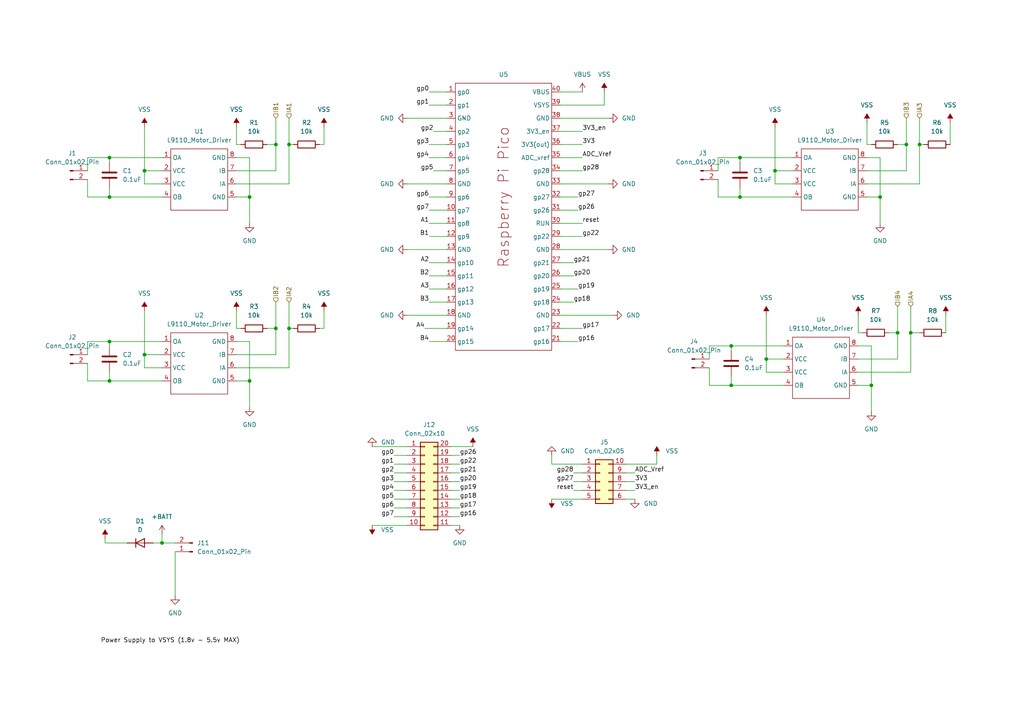
<source format=kicad_sch>
(kicad_sch (version 20231120) (generator "eeschema") (generator_version "8.0")
  (paper "A4")
  (lib_symbols
    (symbol "CDOG_Symbols:L9110"
      (property "Reference" "U" (at 0 10.16 0))
      (property "Value" "L9110_Motor_Driver" (at 0 -12.7 0))
      (symbol "L9110_0_1"
        (rectangle (start -8.89 7.62) (end 7.62 -10.16))
      )
      (symbol "L9110_1_1"
        (pin output line (at -11.43 5.08 0) (length 2.54) (name "OA") (number "1"))
        (pin power_in line (at -11.43 1.27 0) (length 2.54) (name "VCC") (number "2"))
        (pin power_in line (at -11.43 -2.54 0) (length 2.54) (name "VCC") (number "3"))
        (pin output line (at -11.43 -6.35 0) (length 2.54) (name "OB") (number "4"))
        (pin input line (at 10.16 -6.35 180) (length 2.54) (name "GND") (number "5"))
        (pin input line (at 10.16 -2.54 180) (length 2.54) (name "IA") (number "6"))
        (pin input line (at 10.16 1.27 180) (length 2.54) (name "IB") (number "7"))
        (pin power_in line (at 10.16 5.08 180) (length 2.54) (name "GND") (number "8"))
      )
    )
    (symbol "CDOG_Symbols:RPI_Pico"
      (property "Reference" "U" (at -11.43 26.67 0))
      (symbol "RPI_Pico_0_1"
        (rectangle (start 13.97 -40.64) (end -13.97 36.83))
      )
      (symbol "RPI_Pico_1_1"
        (text "Raspberry Pi Pico" (at 0 3.81 900) (effects (font (size 3 3))))
        (pin input line (at -16.51 34.29 0) (length 2.54) (name "gp0") (number "1"))
        (pin input line (at -16.51 0 0) (length 2.54) (name "gp7") (number "10"))
        (pin input line (at -16.51 -3.81 0) (length 2.54) (name "gp8") (number "11"))
        (pin input line (at -16.51 -7.62 0) (length 2.54) (name "gp9") (number "12"))
        (pin input line (at -16.51 -11.43 0) (length 2.54) (name "GND") (number "13"))
        (pin input line (at -16.51 -15.24 0) (length 2.54) (name "gp10") (number "14"))
        (pin input line (at -16.51 -19.05 0) (length 2.54) (name "gp11") (number "15"))
        (pin input line (at -16.51 -22.86 0) (length 2.54) (name "gp12") (number "16"))
        (pin input line (at -16.51 -26.67 0) (length 2.54) (name "gp13") (number "17"))
        (pin input line (at -16.51 -30.48 0) (length 2.54) (name "GND") (number "18"))
        (pin input line (at -16.51 -34.29 0) (length 2.54) (name "gp14") (number "19"))
        (pin input line (at -16.51 30.48 0) (length 2.54) (name "gp1") (number "2"))
        (pin input line (at -16.51 -38.1 0) (length 2.54) (name "gp15") (number "20"))
        (pin input line (at 16.51 -38.1 180) (length 2.54) (name "gp16") (number "21"))
        (pin input line (at 16.51 -34.29 180) (length 2.54) (name "gp17") (number "22"))
        (pin input line (at 16.51 -30.48 180) (length 2.54) (name "GND") (number "23"))
        (pin input line (at 16.51 -26.67 180) (length 2.54) (name "gp18") (number "24"))
        (pin input line (at 16.51 -22.86 180) (length 2.54) (name "gp19") (number "25"))
        (pin input line (at 16.51 -19.05 180) (length 2.54) (name "gp20") (number "26"))
        (pin input line (at 16.51 -15.24 180) (length 2.54) (name "gp21") (number "27"))
        (pin input line (at 16.51 -11.43 180) (length 2.54) (name "GND") (number "28"))
        (pin input line (at 16.51 -7.62 180) (length 2.54) (name "gp22") (number "29"))
        (pin input line (at -16.51 26.67 0) (length 2.54) (name "GND") (number "3"))
        (pin input line (at 16.51 -3.81 180) (length 2.54) (name "RUN") (number "30"))
        (pin input line (at 16.51 0 180) (length 2.54) (name "gp26") (number "31"))
        (pin input line (at 16.51 3.81 180) (length 2.54) (name "gp27") (number "32"))
        (pin input line (at 16.51 7.62 180) (length 2.54) (name "GND") (number "33"))
        (pin input line (at 16.51 11.43 180) (length 2.54) (name "gp28") (number "34"))
        (pin input line (at 16.51 15.24 180) (length 2.54) (name "ADC_vref") (number "35"))
        (pin input line (at 16.51 19.05 180) (length 2.54) (name "3V3(out)") (number "36"))
        (pin input line (at 16.51 22.86 180) (length 2.54) (name "3V3_en") (number "37"))
        (pin input line (at 16.51 26.67 180) (length 2.54) (name "GND") (number "38"))
        (pin input line (at 16.51 30.48 180) (length 2.54) (name "VSYS") (number "39"))
        (pin input line (at -16.51 22.86 0) (length 2.54) (name "gp2") (number "4"))
        (pin input line (at 16.51 34.29 180) (length 2.54) (name "VBUS") (number "40"))
        (pin input line (at -16.51 19.05 0) (length 2.54) (name "gp3") (number "5"))
        (pin input line (at -16.51 15.24 0) (length 2.54) (name "gp4") (number "6"))
        (pin input line (at -16.51 11.43 0) (length 2.54) (name "gp5") (number "7"))
        (pin input line (at -16.51 7.62 0) (length 2.54) (name "GND") (number "8"))
        (pin input line (at -16.51 3.81 0) (length 2.54) (name "gp6") (number "9"))
      )
    )
    (symbol "Connector:Conn_01x02_Pin" (pin_names (offset 1.016) hide)
      (property "Reference" "J" (at 0 2.54 0))
      (property "Value" "Conn_01x02_Pin" (at 0 -5.08 0))
      (symbol "Conn_01x02_Pin_1_1"
        (polyline (pts (xy 1.27 -2.54) (xy 0.8636 -2.54)) (stroke (width 0.1524)))
        (polyline (pts (xy 1.27 0) (xy 0.8636 0)) (stroke (width 0.1524)))
        (rectangle (start 0.8636 -2.413) (end 0 -2.667) (stroke (width 0.1524)) (fill (type outline)))
        (rectangle (start 0.8636 0.127) (end 0 -0.127) (stroke (width 0.1524)) (fill (type outline)))
        (pin passive line (at 5.08 0 180) (length 3.81) (name "Pin_1") (number "1"))
        (pin passive line (at 5.08 -2.54 180) (length 3.81) (name "Pin_2") (number "2"))
      )
    )
    (symbol "Connector_Generic:Conn_02x05_Counter_Clockwise" (pin_names (offset 1.016) hide)
      (property "Reference" "J" (at 1.27 7.62 0))
      (property "Value" "Conn_02x05_Counter_Clockwise" (at 1.27 -7.62 0))
      (symbol "Conn_02x05_Counter_Clockwise_1_1"
        (rectangle (start -1.27 -4.953) (end 0 -5.207) (stroke (width 0.1524)))
        (rectangle (start -1.27 -2.413) (end 0 -2.667) (stroke (width 0.1524)))
        (rectangle (start -1.27 0.127) (end 0 -0.127) (stroke (width 0.1524)))
        (rectangle (start -1.27 2.667) (end 0 2.413) (stroke (width 0.1524)))
        (rectangle (start -1.27 5.207) (end 0 4.953) (stroke (width 0.1524)))
        (rectangle (start -1.27 6.35) (end 3.81 -6.35) (stroke (width 0.254)) (fill (type background)))
        (rectangle (start 3.81 -4.953) (end 2.54 -5.207) (stroke (width 0.1524)))
        (rectangle (start 3.81 -2.413) (end 2.54 -2.667) (stroke (width 0.1524)))
        (rectangle (start 3.81 0.127) (end 2.54 -0.127) (stroke (width 0.1524)))
        (rectangle (start 3.81 2.667) (end 2.54 2.413) (stroke (width 0.1524)))
        (rectangle (start 3.81 5.207) (end 2.54 4.953) (stroke (width 0.1524)))
        (pin passive line (at -5.08 5.08 0) (length 3.81) (name "Pin_1") (number "1"))
        (pin passive line (at 7.62 5.08 180) (length 3.81) (name "Pin_10") (number "10"))
        (pin passive line (at -5.08 2.54 0) (length 3.81) (name "Pin_2") (number "2"))
        (pin passive line (at -5.08 0 0) (length 3.81) (name "Pin_3") (number "3"))
        (pin passive line (at -5.08 -2.54 0) (length 3.81) (name "Pin_4") (number "4"))
        (pin passive line (at -5.08 -5.08 0) (length 3.81) (name "Pin_5") (number "5"))
        (pin passive line (at 7.62 -5.08 180) (length 3.81) (name "Pin_6") (number "6"))
        (pin passive line (at 7.62 -2.54 180) (length 3.81) (name "Pin_7") (number "7"))
        (pin passive line (at 7.62 0 180) (length 3.81) (name "Pin_8") (number "8"))
        (pin passive line (at 7.62 2.54 180) (length 3.81) (name "Pin_9") (number "9"))
      )
    )
    (symbol "Connector_Generic:Conn_02x10_Counter_Clockwise" (pin_names (offset 1.016) hide)
      (property "Reference" "J" (at 1.27 12.7 0))
      (property "Value" "Conn_02x10_Counter_Clockwise" (at 1.27 -15.24 0))
      (symbol "Conn_02x10_Counter_Clockwise_1_1"
        (rectangle (start -1.27 -12.573) (end 0 -12.827) (stroke (width 0.1524)))
        (rectangle (start -1.27 -10.033) (end 0 -10.287) (stroke (width 0.1524)))
        (rectangle (start -1.27 -7.493) (end 0 -7.747) (stroke (width 0.1524)))
        (rectangle (start -1.27 -4.953) (end 0 -5.207) (stroke (width 0.1524)))
        (rectangle (start -1.27 -2.413) (end 0 -2.667) (stroke (width 0.1524)))
        (rectangle (start -1.27 0.127) (end 0 -0.127) (stroke (width 0.1524)))
        (rectangle (start -1.27 2.667) (end 0 2.413) (stroke (width 0.1524)))
        (rectangle (start -1.27 5.207) (end 0 4.953) (stroke (width 0.1524)))
        (rectangle (start -1.27 7.747) (end 0 7.493) (stroke (width 0.1524)))
        (rectangle (start -1.27 10.287) (end 0 10.033) (stroke (width 0.1524)))
        (rectangle (start -1.27 11.43) (end 3.81 -13.97) (stroke (width 0.254)) (fill (type background)))
        (rectangle (start 3.81 -12.573) (end 2.54 -12.827) (stroke (width 0.1524)))
        (rectangle (start 3.81 -10.033) (end 2.54 -10.287) (stroke (width 0.1524)))
        (rectangle (start 3.81 -7.493) (end 2.54 -7.747) (stroke (width 0.1524)))
        (rectangle (start 3.81 -4.953) (end 2.54 -5.207) (stroke (width 0.1524)))
        (rectangle (start 3.81 -2.413) (end 2.54 -2.667) (stroke (width 0.1524)))
        (rectangle (start 3.81 0.127) (end 2.54 -0.127) (stroke (width 0.1524)))
        (rectangle (start 3.81 2.667) (end 2.54 2.413) (stroke (width 0.1524)))
        (rectangle (start 3.81 5.207) (end 2.54 4.953) (stroke (width 0.1524)))
        (rectangle (start 3.81 7.747) (end 2.54 7.493) (stroke (width 0.1524)))
        (rectangle (start 3.81 10.287) (end 2.54 10.033) (stroke (width 0.1524)))
        (pin passive line (at -5.08 10.16 0) (length 3.81) (name "Pin_1") (number "1"))
        (pin passive line (at -5.08 -12.7 0) (length 3.81) (name "Pin_10") (number "10"))
        (pin passive line (at 7.62 -12.7 180) (length 3.81) (name "Pin_11") (number "11"))
        (pin passive line (at 7.62 -10.16 180) (length 3.81) (name "Pin_12") (number "12"))
        (pin passive line (at 7.62 -7.62 180) (length 3.81) (name "Pin_13") (number "13"))
        (pin passive line (at 7.62 -5.08 180) (length 3.81) (name "Pin_14") (number "14"))
        (pin passive line (at 7.62 -2.54 180) (length 3.81) (name "Pin_15") (number "15"))
        (pin passive line (at 7.62 0 180) (length 3.81) (name "Pin_16") (number "16"))
        (pin passive line (at 7.62 2.54 180) (length 3.81) (name "Pin_17") (number "17"))
        (pin passive line (at 7.62 5.08 180) (length 3.81) (name "Pin_18") (number "18"))
        (pin passive line (at 7.62 7.62 180) (length 3.81) (name "Pin_19") (number "19"))
        (pin passive line (at -5.08 7.62 0) (length 3.81) (name "Pin_2") (number "2"))
        (pin passive line (at 7.62 10.16 180) (length 3.81) (name "Pin_20") (number "20"))
        (pin passive line (at -5.08 5.08 0) (length 3.81) (name "Pin_3") (number "3"))
        (pin passive line (at -5.08 2.54 0) (length 3.81) (name "Pin_4") (number "4"))
        (pin passive line (at -5.08 0 0) (length 3.81) (name "Pin_5") (number "5"))
        (pin passive line (at -5.08 -2.54 0) (length 3.81) (name "Pin_6") (number "6"))
        (pin passive line (at -5.08 -5.08 0) (length 3.81) (name "Pin_7") (number "7"))
        (pin passive line (at -5.08 -7.62 0) (length 3.81) (name "Pin_8") (number "8"))
        (pin passive line (at -5.08 -10.16 0) (length 3.81) (name "Pin_9") (number "9"))
      )
    )
    (symbol "Device:C" (pin_numbers hide) (pin_names (offset 0.254))
      (property "Reference" "C" (at 0.635 2.54 0))
      (property "Value" "C" (at 0.635 -2.54 0))
      (symbol "C_0_1"
        (polyline (pts (xy -2.032 -0.762) (xy 2.032 -0.762)) (stroke (width 0.508)))
        (polyline (pts (xy -2.032 0.762) (xy 2.032 0.762)) (stroke (width 0.508)))
      )
      (symbol "C_1_1"
        (pin passive line (at 0 3.81 270) (length 2.794) (name "~") (number "1"))
        (pin passive line (at 0 -3.81 90) (length 2.794) (name "~") (number "2"))
      )
    )
    (symbol "Device:D" (pin_numbers hide) (pin_names (offset 1.016) hide)
      (property "Reference" "D" (at 0 2.54 0))
      (property "Value" "D" (at 0 -2.54 0))
      (symbol "D_0_1"
        (polyline (pts (xy -1.27 1.27) (xy -1.27 -1.27)) (stroke (width 0.254)))
        (polyline (pts (xy 1.27 0) (xy -1.27 0)))
        (polyline (pts (xy 1.27 1.27) (xy 1.27 -1.27) (xy -1.27 0) (xy 1.27 1.27)) (stroke (width 0.254)))
      )
      (symbol "D_1_1"
        (pin passive line (at -3.81 0 0) (length 2.54) (name "K") (number "1"))
        (pin passive line (at 3.81 0 180) (length 2.54) (name "A") (number "2"))
      )
    )
    (symbol "Device:R" (pin_numbers hide) (pin_names (offset 0))
      (property "Reference" "R" (at 2.032 0 90))
      (property "Value" "R" (at 0 0 90))
      (symbol "R_0_1"
        (rectangle (start -1.016 -2.54) (end 1.016 2.54) (stroke (width 0.254)))
      )
      (symbol "R_1_1"
        (pin passive line (at 0 3.81 270) (length 1.27) (name "~") (number "1"))
        (pin passive line (at 0 -3.81 90) (length 1.27) (name "~") (number "2"))
      )
    )
    (symbol "power:+BATT" (power) (pin_names (offset 0))
      (property "Value" "+BATT" (at 0 3.556 0))
      (symbol "+BATT_0_1"
        (polyline (pts (xy -0.762 1.27) (xy 0 2.54)))
        (polyline (pts (xy 0 0) (xy 0 2.54)))
        (polyline (pts (xy 0 2.54) (xy 0.762 1.27)))
      )
      (symbol "+BATT_1_1"
        (pin power_in line (at 0 0 90) (length 0) hide (name "+BATT") (number "1"))
      )
    )
    (symbol "power:GND" (power) (pin_names (offset 0))
      (property "Value" "GND" (at 0 -3.81 0))
      (symbol "GND_0_1"
        (polyline (pts (xy 0 0) (xy 0 -1.27) (xy 1.27 -1.27) (xy 0 -2.54) (xy -1.27 -1.27) (xy 0 -1.27)))
      )
      (symbol "GND_1_1"
        (pin power_in line (at 0 0 270) (length 0) hide (name "GND") (number "1"))
      )
    )
    (symbol "power:VBUS" (power) (pin_names (offset 0))
      (property "Value" "VBUS" (at 0 3.81 0))
      (symbol "VBUS_0_1"
        (polyline (pts (xy -0.762 1.27) (xy 0 2.54)))
        (polyline (pts (xy 0 0) (xy 0 2.54)))
        (polyline (pts (xy 0 2.54) (xy 0.762 1.27)))
      )
      (symbol "VBUS_1_1"
        (pin power_in line (at 0 0 90) (length 0) hide (name "VBUS") (number "1"))
      )
    )
    (symbol "power:VSS" (power) (pin_names (offset 0))
      (property "Value" "VSS" (at 0 3.81 0))
      (symbol "VSS_0_1"
        (polyline (pts (xy 0 0) (xy 0 2.54)))
        (polyline (pts (xy 0.762 1.27) (xy -0.762 1.27) (xy 0 2.54) (xy 0.762 1.27)) (fill (type outline)))
      )
      (symbol "VSS_1_1"
        (pin power_in line (at 0 0 90) (length 0) hide (name "VSS") (number "1"))
      )
    )
  )
  (junction (at 214.63 45.72))
  (junction (at 46.99 157.48))
  (junction (at 266.7 41.91))
  (junction (at 260.35 96.52))
  (junction (at 252.73 111.76))
  (junction (at 31.75 110.49))
  (junction (at 72.39 110.49))
  (junction (at 80.01 41.91))
  (junction (at 83.82 95.25))
  (junction (at 83.82 41.91))
  (junction (at 255.27 57.15))
  (junction (at 212.09 111.76))
  (junction (at 224.79 49.53))
  (junction (at 31.75 57.15))
  (junction (at 264.16 96.52))
  (junction (at 31.75 99.06))
  (junction (at 41.91 49.53))
  (junction (at 212.09 100.33))
  (junction (at 31.75 45.72))
  (junction (at 41.91 102.87))
  (junction (at 80.01 95.25))
  (junction (at 262.89 41.91))
  (junction (at 214.63 57.15))
  (junction (at 222.25 104.14))
  (junction (at 72.39 57.15))
  (wire (pts (xy 162.56 60.96) (xy 167.64 60.96)))
  (wire (pts (xy 46.99 154.94) (xy 46.99 157.48)))
  (wire (pts (xy 162.56 26.67) (xy 168.91 26.67)))
  (wire (pts (xy 248.92 91.44) (xy 248.92 96.52)))
  (wire (pts (xy 41.91 36.83) (xy 41.91 49.53)))
  (wire (pts (xy 160.02 132.08) (xy 160.02 134.62)))
  (wire (pts (xy 72.39 45.72) (xy 72.39 57.15)))
  (wire (pts (xy 72.39 57.15) (xy 72.39 64.77)))
  (wire (pts (xy 160.02 144.78) (xy 168.91 144.78)))
  (wire (pts (xy 124.46 68.58) (xy 129.54 68.58)))
  (wire (pts (xy 162.56 45.72) (xy 168.91 45.72)))
  (wire (pts (xy 25.4 110.49) (xy 25.4 105.41)))
  (wire (pts (xy 124.46 60.96) (xy 129.54 60.96)))
  (wire (pts (xy 114.3 144.78) (xy 118.11 144.78)))
  (wire (pts (xy 93.98 95.25) (xy 92.71 95.25)))
  (wire (pts (xy 130.81 134.62) (xy 133.35 134.62)))
  (wire (pts (xy 124.46 41.91) (xy 129.54 41.91)))
  (wire (pts (xy 44.45 157.48) (xy 46.99 157.48)))
  (wire (pts (xy 41.91 53.34) (xy 41.91 49.53)))
  (wire (pts (xy 130.81 132.08) (xy 133.35 132.08)))
  (wire (pts (xy 124.46 26.67) (xy 129.54 26.67)))
  (wire (pts (xy 31.75 99.06) (xy 25.4 99.06)))
  (wire (pts (xy 162.56 95.25) (xy 168.91 95.25)))
  (wire (pts (xy 68.58 106.68) (xy 83.82 106.68)))
  (wire (pts (xy 214.63 57.15) (xy 208.28 57.15)))
  (wire (pts (xy 123.19 95.25) (xy 129.54 95.25)))
  (wire (pts (xy 31.75 110.49) (xy 31.75 107.95)))
  (wire (pts (xy 205.74 111.76) (xy 205.74 106.68)))
  (wire (pts (xy 227.33 104.14) (xy 222.25 104.14)))
  (wire (pts (xy 248.92 104.14) (xy 260.35 104.14)))
  (wire (pts (xy 124.46 87.63) (xy 129.54 87.63)))
  (wire (pts (xy 124.46 45.72) (xy 129.54 45.72)))
  (wire (pts (xy 252.73 111.76) (xy 252.73 119.38)))
  (wire (pts (xy 80.01 41.91) (xy 80.01 49.53)))
  (wire (pts (xy 68.58 110.49) (xy 72.39 110.49)))
  (wire (pts (xy 114.3 137.16) (xy 118.11 137.16)))
  (wire (pts (xy 166.37 137.16) (xy 168.91 137.16)))
  (wire (pts (xy 227.33 111.76) (xy 212.09 111.76)))
  (wire (pts (xy 251.46 53.34) (xy 266.7 53.34)))
  (wire (pts (xy 124.46 80.01) (xy 129.54 80.01)))
  (wire (pts (xy 181.61 144.78) (xy 184.15 144.78)))
  (wire (pts (xy 208.28 45.72) (xy 208.28 49.53)))
  (wire (pts (xy 162.56 99.06) (xy 167.64 99.06)))
  (wire (pts (xy 83.82 41.91) (xy 85.09 41.91)))
  (wire (pts (xy 83.82 87.63) (xy 83.82 95.25)))
  (wire (pts (xy 229.87 53.34) (xy 224.79 53.34)))
  (wire (pts (xy 31.75 110.49) (xy 25.4 110.49)))
  (wire (pts (xy 130.81 139.7) (xy 133.35 139.7)))
  (wire (pts (xy 77.47 41.91) (xy 80.01 41.91)))
  (wire (pts (xy 46.99 102.87) (xy 41.91 102.87)))
  (wire (pts (xy 68.58 49.53) (xy 80.01 49.53)))
  (wire (pts (xy 181.61 137.16) (xy 184.15 137.16)))
  (wire (pts (xy 162.56 83.82) (xy 167.64 83.82)))
  (wire (pts (xy 50.8 160.02) (xy 50.8 172.72)))
  (wire (pts (xy 229.87 57.15) (xy 214.63 57.15)))
  (wire (pts (xy 114.3 132.08) (xy 118.11 132.08)))
  (wire (pts (xy 130.81 147.32) (xy 133.35 147.32)))
  (wire (pts (xy 266.7 41.91) (xy 266.7 53.34)))
  (wire (pts (xy 124.46 64.77) (xy 129.54 64.77)))
  (wire (pts (xy 124.46 57.15) (xy 129.54 57.15)))
  (wire (pts (xy 68.58 41.91) (xy 69.85 41.91)))
  (wire (pts (xy 222.25 107.95) (xy 222.25 104.14)))
  (wire (pts (xy 224.79 53.34) (xy 224.79 49.53)))
  (wire (pts (xy 46.99 49.53) (xy 41.91 49.53)))
  (wire (pts (xy 181.61 142.24) (xy 184.15 142.24)))
  (wire (pts (xy 227.33 100.33) (xy 212.09 100.33)))
  (wire (pts (xy 262.89 41.91) (xy 262.89 49.53)))
  (wire (pts (xy 177.8 91.44) (xy 162.56 91.44)))
  (wire (pts (xy 162.56 57.15) (xy 167.64 57.15)))
  (wire (pts (xy 129.54 53.34) (xy 118.11 53.34)))
  (wire (pts (xy 31.75 99.06) (xy 31.75 100.33)))
  (wire (pts (xy 130.81 137.16) (xy 133.35 137.16)))
  (wire (pts (xy 46.99 53.34) (xy 41.91 53.34)))
  (wire (pts (xy 260.35 96.52) (xy 260.35 104.14)))
  (wire (pts (xy 212.09 111.76) (xy 212.09 109.22)))
  (wire (pts (xy 162.56 53.34) (xy 176.53 53.34)))
  (wire (pts (xy 190.5 134.62) (xy 181.61 134.62)))
  (wire (pts (xy 264.16 88.9) (xy 264.16 96.52)))
  (wire (pts (xy 224.79 36.83) (xy 224.79 49.53)))
  (wire (pts (xy 83.82 34.29) (xy 83.82 41.91)))
  (wire (pts (xy 68.58 57.15) (xy 72.39 57.15)))
  (wire (pts (xy 72.39 99.06) (xy 72.39 110.49)))
  (wire (pts (xy 46.99 45.72) (xy 31.75 45.72)))
  (wire (pts (xy 162.56 72.39) (xy 176.53 72.39)))
  (wire (pts (xy 248.92 111.76) (xy 252.73 111.76)))
  (wire (pts (xy 83.82 41.91) (xy 83.82 53.34)))
  (wire (pts (xy 124.46 83.82) (xy 129.54 83.82)))
  (wire (pts (xy 162.56 68.58) (xy 168.91 68.58)))
  (wire (pts (xy 162.56 38.1) (xy 168.91 38.1)))
  (wire (pts (xy 68.58 99.06) (xy 72.39 99.06)))
  (wire (pts (xy 25.4 57.15) (xy 25.4 52.07)))
  (wire (pts (xy 93.98 90.17) (xy 93.98 95.25)))
  (wire (pts (xy 274.32 91.44) (xy 274.32 96.52)))
  (wire (pts (xy 41.91 90.17) (xy 41.91 102.87)))
  (wire (pts (xy 190.5 132.08) (xy 190.5 134.62)))
  (wire (pts (xy 31.75 45.72) (xy 25.4 45.72)))
  (wire (pts (xy 248.92 107.95) (xy 264.16 107.95)))
  (wire (pts (xy 130.81 152.4) (xy 133.35 152.4)))
  (wire (pts (xy 68.58 45.72) (xy 72.39 45.72)))
  (wire (pts (xy 130.81 144.78) (xy 133.35 144.78)))
  (wire (pts (xy 251.46 49.53) (xy 262.89 49.53)))
  (wire (pts (xy 162.56 49.53) (xy 168.91 49.53)))
  (wire (pts (xy 212.09 111.76) (xy 205.74 111.76)))
  (wire (pts (xy 125.73 49.53) (xy 129.54 49.53)))
  (wire (pts (xy 130.81 142.24) (xy 133.35 142.24)))
  (wire (pts (xy 205.74 100.33) (xy 205.74 104.14)))
  (wire (pts (xy 212.09 100.33) (xy 212.09 101.6)))
  (wire (pts (xy 31.75 45.72) (xy 31.75 46.99)))
  (wire (pts (xy 162.56 87.63) (xy 166.37 87.63)))
  (wire (pts (xy 229.87 49.53) (xy 224.79 49.53)))
  (wire (pts (xy 251.46 41.91) (xy 252.73 41.91)))
  (wire (pts (xy 129.54 72.39) (xy 118.11 72.39)))
  (wire (pts (xy 80.01 34.29) (xy 80.01 41.91)))
  (wire (pts (xy 124.46 99.06) (xy 129.54 99.06)))
  (wire (pts (xy 212.09 100.33) (xy 205.74 100.33)))
  (wire (pts (xy 255.27 45.72) (xy 255.27 57.15)))
  (wire (pts (xy 41.91 106.68) (xy 41.91 102.87)))
  (wire (pts (xy 255.27 57.15) (xy 255.27 64.77)))
  (wire (pts (xy 124.46 30.48) (xy 129.54 30.48)))
  (wire (pts (xy 251.46 35.56) (xy 251.46 41.91)))
  (wire (pts (xy 93.98 36.83) (xy 93.98 41.91)))
  (wire (pts (xy 124.46 76.2) (xy 129.54 76.2)))
  (wire (pts (xy 80.01 95.25) (xy 80.01 102.87)))
  (wire (pts (xy 114.3 142.24) (xy 118.11 142.24)))
  (wire (pts (xy 85.09 95.25) (xy 83.82 95.25)))
  (wire (pts (xy 77.47 95.25) (xy 80.01 95.25)))
  (wire (pts (xy 251.46 45.72) (xy 255.27 45.72)))
  (wire (pts (xy 162.56 41.91) (xy 168.91 41.91)))
  (wire (pts (xy 208.28 57.15) (xy 208.28 52.07)))
  (wire (pts (xy 162.56 34.29) (xy 176.53 34.29)))
  (wire (pts (xy 248.92 100.33) (xy 252.73 100.33)))
  (wire (pts (xy 68.58 102.87) (xy 80.01 102.87)))
  (wire (pts (xy 251.46 57.15) (xy 255.27 57.15)))
  (wire (pts (xy 166.37 139.7) (xy 168.91 139.7)))
  (wire (pts (xy 129.54 34.29) (xy 118.11 34.29)))
  (wire (pts (xy 130.81 149.86) (xy 133.35 149.86)))
  (wire (pts (xy 214.63 45.72) (xy 214.63 46.99)))
  (wire (pts (xy 262.89 34.29) (xy 262.89 41.91)))
  (wire (pts (xy 68.58 95.25) (xy 68.58 90.17)))
  (wire (pts (xy 166.37 142.24) (xy 168.91 142.24)))
  (wire (pts (xy 160.02 134.62) (xy 168.91 134.62)))
  (wire (pts (xy 46.99 110.49) (xy 31.75 110.49)))
  (wire (pts (xy 68.58 36.83) (xy 68.58 41.91)))
  (wire (pts (xy 107.95 129.54) (xy 118.11 129.54)))
  (wire (pts (xy 266.7 34.29) (xy 266.7 41.91)))
  (wire (pts (xy 72.39 110.49) (xy 72.39 118.11)))
  (wire (pts (xy 31.75 57.15) (xy 31.75 54.61)))
  (wire (pts (xy 175.26 26.67) (xy 175.26 30.48)))
  (wire (pts (xy 46.99 106.68) (xy 41.91 106.68)))
  (wire (pts (xy 229.87 45.72) (xy 214.63 45.72)))
  (wire (pts (xy 25.4 45.72) (xy 25.4 49.53)))
  (wire (pts (xy 80.01 87.63) (xy 80.01 95.25)))
  (wire (pts (xy 114.3 147.32) (xy 118.11 147.32)))
  (wire (pts (xy 162.56 76.2) (xy 166.37 76.2)))
  (wire (pts (xy 214.63 57.15) (xy 214.63 54.61)))
  (wire (pts (xy 260.35 88.9) (xy 260.35 96.52)))
  (wire (pts (xy 222.25 91.44) (xy 222.25 104.14)))
  (wire (pts (xy 129.54 91.44) (xy 118.11 91.44)))
  (wire (pts (xy 25.4 99.06) (xy 25.4 102.87)))
  (wire (pts (xy 46.99 57.15) (xy 31.75 57.15)))
  (wire (pts (xy 83.82 95.25) (xy 83.82 106.68)))
  (wire (pts (xy 114.3 149.86) (xy 118.11 149.86)))
  (wire (pts (xy 30.48 157.48) (xy 30.48 156.21)))
  (wire (pts (xy 248.92 96.52) (xy 250.19 96.52)))
  (wire (pts (xy 162.56 64.77) (xy 168.91 64.77)))
  (wire (pts (xy 260.35 41.91) (xy 262.89 41.91)))
  (wire (pts (xy 227.33 107.95) (xy 222.25 107.95)))
  (wire (pts (xy 257.81 96.52) (xy 260.35 96.52)))
  (wire (pts (xy 264.16 96.52) (xy 264.16 107.95)))
  (wire (pts (xy 69.85 95.25) (xy 68.58 95.25)))
  (wire (pts (xy 114.3 139.7) (xy 118.11 139.7)))
  (wire (pts (xy 68.58 53.34) (xy 83.82 53.34)))
  (wire (pts (xy 162.56 30.48) (xy 175.26 30.48)))
  (wire (pts (xy 214.63 45.72) (xy 208.28 45.72)))
  (wire (pts (xy 275.59 35.56) (xy 275.59 41.91)))
  (wire (pts (xy 252.73 100.33) (xy 252.73 111.76)))
  (wire (pts (xy 125.73 38.1) (xy 129.54 38.1)))
  (wire (pts (xy 130.81 129.54) (xy 137.16 129.54)))
  (wire (pts (xy 264.16 96.52) (xy 266.7 96.52)))
  (wire (pts (xy 181.61 139.7) (xy 184.15 139.7)))
  (wire (pts (xy 162.56 80.01) (xy 166.37 80.01)))
  (wire (pts (xy 31.75 57.15) (xy 25.4 57.15)))
  (wire (pts (xy 107.95 152.4) (xy 118.11 152.4)))
  (wire (pts (xy 30.48 157.48) (xy 36.83 157.48)))
  (wire (pts (xy 46.99 157.48) (xy 50.8 157.48)))
  (wire (pts (xy 46.99 99.06) (xy 31.75 99.06)))
  (wire (pts (xy 114.3 134.62) (xy 118.11 134.62)))
  (wire (pts (xy 93.98 41.91) (xy 92.71 41.91)))
  (wire (pts (xy 266.7 41.91) (xy 267.97 41.91)))
  (label "gp4" (at 114.3 142.24 180))
  (label "gp1" (at 124.46 30.48 180))
  (label "gp28" (at 166.37 137.16 180))
  (label "gp2" (at 114.3 137.16 180))
  (label "gp0" (at 124.46 26.67 180))
  (label "gp5" (at 114.3 144.78 180))
  (label "gp20" (at 166.37 80.01 0))
  (label "gp3" (at 114.3 139.7 180))
  (label "gp17" (at 133.35 147.32 0))
  (label "gp0" (at 114.3 132.08 180))
  (label "gp7" (at 114.3 149.86 180))
  (label "gp7" (at 124.46 60.96 180))
  (label "A3" (at 124.46 83.82 180))
  (label "gp26" (at 133.35 132.08 0))
  (label "gp19" (at 133.35 142.24 0))
  (label "ADC_Vref" (at 168.91 45.72 0))
  (label "gp3" (at 124.46 41.91 180))
  (label "A1" (at 124.46 64.77 180))
  (label "gp18" (at 133.35 144.78 0))
  (label "gp2" (at 125.73 38.1 180))
  (label "gp18" (at 166.37 87.63 0))
  (label "gp16" (at 133.35 149.86 0))
  (label "gp28" (at 168.91 49.53 0))
  (label "B3" (at 124.46 87.63 180))
  (label "3V3" (at 184.15 139.7 0))
  (label "gp19" (at 167.64 83.82 0))
  (label "gp21" (at 166.37 76.2 0))
  (label "A2" (at 124.46 76.2 180))
  (label "gp22" (at 133.35 134.62 0))
  (label "3V3_en" (at 184.15 142.24 0))
  (label "gp4" (at 124.46 45.72 180))
  (label "B1" (at 124.46 68.58 180))
  (label "ADC_Vref" (at 184.15 137.16 0))
  (label "3V3" (at 168.91 41.91 0))
  (label "gp1" (at 114.3 134.62 180))
  (label "Power Supply to VSYS (1.8v - 5.5v MAX)" (at 29.21 186.69 0))
  (label "3V3_en" (at 168.91 38.1 0))
  (label "gp22" (at 168.91 68.58 0))
  (label "gp6" (at 114.3 147.32 180))
  (label "gp21" (at 133.35 137.16 0))
  (label "B2" (at 124.46 80.01 180))
  (label "reset" (at 168.91 64.77 0))
  (label "gp20" (at 133.35 139.7 0))
  (label "gp16" (at 167.64 99.06 0))
  (label "gp5" (at 125.73 49.53 180))
  (label "gp17" (at 168.91 95.25 0))
  (label "gp27" (at 167.64 57.15 0))
  (label "gp26" (at 167.64 60.96 0))
  (label "B4" (at 124.46 99.06 180))
  (label "A4" (at 123.19 95.25 180))
  (label "gp6" (at 124.46 57.15 180))
  (label "reset" (at 166.37 142.24 180))
  (label "gp27" (at 166.37 139.7 180))
  (hierarchical_label "IB4" (shape input) (at 260.35 88.9 90))
  (hierarchical_label "IA3" (shape input) (at 266.7 34.29 90))
  (hierarchical_label "IB1" (shape input) (at 80.01 34.29 90))
  (hierarchical_label "IA4" (shape input) (at 264.16 88.9 90))
  (hierarchical_label "IB3" (shape input) (at 262.89 34.29 90))
  (hierarchical_label "IA1" (shape input) (at 83.82 34.29 90))
  (hierarchical_label "IB2" (shape input) (at 80.01 87.63 90))
  (hierarchical_label "IA2" (shape input) (at 83.82 87.63 90))
  (symbol (lib_id "CDOG_Symbols:L9110") (at 241.3 50.8 0) (unit 1)
    (property "Reference" "U3" (at 240.665 38.1 0))
    (property "Value" "L9110_Motor_Driver" (at 240.665 40.64 0))
    (property "Footprint" "CDOG:L9110S_SOP-8_L4.9-W3.9-P1.27-LS6.0-BL" (effects (hide yes)))
    (property "LCSC" "C85174" (effects (hide yes)))
  )
  (symbol (lib_id "Connector_Generic:Conn_02x10_Counter_Clockwise") (at 123.19 139.7 0) (unit 1)
    (property "Reference" "J12" (at 124.46 123.19 0))
    (property "Value" "Conn_02x10" (at 123.19 125.73 0))
    (property "Footprint" "CDOG:stoRPer_breakout" (effects (hide yes)))
  )
  (symbol (lib_id "power:VSS") (at 93.98 36.83 0) (unit 1)
    (property "Reference" "#PWR011" (effects (hide yes)))
    (property "Value" "VSS" (at 93.98 31.75 0))
  )
  (symbol (lib_id "power:GND") (at 176.53 34.29 90) (unit 1)
    (property "Reference" "#PWR032" (effects (hide yes)))
    (property "Value" "GND" (at 180.34 34.2899 90) (effects (justify right)))
  )
  (symbol (lib_id "Device:R") (at 88.9 41.91 90) (unit 1)
    (property "Reference" "R2" (at 88.9 35.56 90))
    (property "Value" "10k" (at 88.9 38.1 90))
    (property "Footprint" "Resistor_SMD:R_0805_2012Metric_Pad1.20x1.40mm_HandSolder" (effects (hide yes)))
    (property "LCSC" "C17414" (effects (hide yes)))
  )
  (symbol (lib_id "power:VSS") (at 160.02 144.78 180) (unit 1)
    (property "Reference" "#PWR017" (effects (hide yes)))
    (property "Value" "VSS" (at 162.56 146.0499 0) (effects (justify right)))
  )
  (symbol (lib_id "power:GND") (at 72.39 118.11 0) (unit 1)
    (property "Reference" "#PWR04" (effects (hide yes)))
    (property "Value" "GND" (at 72.39 123.19 0))
  )
  (symbol (lib_id "Device:C") (at 31.75 50.8 0) (unit 1)
    (property "Reference" "C1" (at 35.56 49.53 0) (effects (justify left)))
    (property "Value" "0.1uF" (at 35.56 52.07 0) (effects (justify left)))
    (property "Footprint" "Capacitor_SMD:C_0805_2012Metric_Pad1.18x1.45mm_HandSolder" (effects (hide yes)))
    (property "LCSC" "C49678" (effects (hide yes)))
  )
  (symbol (lib_id "Connector:Conn_01x02_Pin") (at 20.32 102.87 0) (unit 1)
    (property "Reference" "J2" (at 20.955 97.79 0))
    (property "Value" "Conn_01x02_Pin" (at 20.955 100.33 0))
    (property "Footprint" "Connector_PinHeader_2.54mm:PinHeader_1x02_P2.54mm_Vertical" (effects (hide yes)))
  )
  (symbol (lib_id "power:VSS") (at 137.16 129.54 0) (unit 1)
    (property "Reference" "#PWR021" (effects (hide yes)))
    (property "Value" "VSS" (at 137.16 124.46 0))
  )
  (symbol (lib_id "power:GND") (at 176.53 72.39 90) (unit 1)
    (property "Reference" "#PWR033" (effects (hide yes)))
    (property "Value" "GND" (at 180.34 72.3899 90) (effects (justify right)))
  )
  (symbol (lib_id "power:GND") (at 118.11 72.39 270) (unit 1)
    (property "Reference" "#PWR029" (effects (hide yes)))
    (property "Value" "GND" (at 114.3 72.3899 90) (effects (justify right)))
  )
  (symbol (lib_id "power:GND") (at 252.73 119.38 0) (unit 1)
    (property "Reference" "#PWR08" (effects (hide yes)))
    (property "Value" "GND" (at 252.73 124.46 0))
  )
  (symbol (lib_id "power:GND") (at 118.11 53.34 270) (unit 1)
    (property "Reference" "#PWR028" (effects (hide yes)))
    (property "Value" "GND" (at 114.3 53.3399 90) (effects (justify right)))
  )
  (symbol (lib_id "power:VSS") (at 30.48 156.21 0) (unit 1)
    (property "Reference" "#PWR031" (effects (hide yes)))
    (property "Value" "VSS" (at 30.48 151.13 0))
  )
  (symbol (lib_id "power:VSS") (at 190.5 132.08 0) (unit 1)
    (property "Reference" "#PWR024" (effects (hide yes)))
    (property "Value" "VSS" (at 193.04 130.8099 0) (effects (justify left)))
  )
  (symbol (lib_id "power:GND") (at 50.8 172.72 0) (unit 1)
    (property "Reference" "#PWR025" (effects (hide yes)))
    (property "Value" "GND" (at 50.8 177.8 0))
  )
  (symbol (lib_id "power:VSS") (at 68.58 90.17 0) (unit 1)
    (property "Reference" "#PWR035" (effects (hide yes)))
    (property "Value" "VSS" (at 68.58 85.09 0))
  )
  (symbol (lib_id "power:VSS") (at 274.32 91.44 0) (unit 1)
    (property "Reference" "#PWR014" (effects (hide yes)))
    (property "Value" "VSS" (at 274.32 86.36 0))
  )
  (symbol (lib_id "CDOG_Symbols:L9110") (at 58.42 50.8 0) (unit 1)
    (property "Reference" "U1" (at 57.785 38.1 0))
    (property "Value" "L9110_Motor_Driver" (at 57.785 40.64 0))
    (property "Footprint" "CDOG:L9110S_SOP-8_L4.9-W3.9-P1.27-LS6.0-BL" (effects (hide yes)))
    (property "LCSC" "C85174" (effects (hide yes)))
  )
  (symbol (lib_id "power:GND") (at 118.11 91.44 270) (unit 1)
    (property "Reference" "#PWR010" (effects (hide yes)))
    (property "Value" "GND" (at 114.3 91.4399 90) (effects (justify right)))
  )
  (symbol (lib_id "Device:R") (at 73.66 95.25 90) (unit 1)
    (property "Reference" "R3" (at 73.66 88.9 90))
    (property "Value" "10k" (at 73.66 91.44 90))
    (property "Footprint" "Resistor_SMD:R_0805_2012Metric_Pad1.20x1.40mm_HandSolder" (effects (hide yes)))
    (property "LCSC" "C17414" (effects (hide yes)))
  )
  (symbol (lib_id "Device:C") (at 214.63 50.8 0) (unit 1)
    (property "Reference" "C3" (at 218.44 49.53 0) (effects (justify left)))
    (property "Value" "0.1uF" (at 218.44 52.07 0) (effects (justify left)))
    (property "Footprint" "Capacitor_SMD:C_0805_2012Metric_Pad1.18x1.45mm_HandSolder" (effects (hide yes)))
    (property "LCSC" "C49678" (effects (hide yes)))
  )
  (symbol (lib_id "CDOG_Symbols:RPI_Pico") (at 146.05 60.96 0) (unit 1)
    (property "Reference" "U5" (at 146.05 21.59 0))
    (property "Value" "~" (at 134.62 34.29 0))
    (property "Footprint" "CDOG:RP_Pico" (effects (hide yes)))
  )
  (symbol (lib_id "power:GND") (at 133.35 152.4 0) (unit 1)
    (property "Reference" "#PWR023" (effects (hide yes)))
    (property "Value" "GND" (at 133.35 157.48 0))
  )
  (symbol (lib_id "power:VSS") (at 224.79 36.83 0) (unit 1)
    (property "Reference" "#PWR05" (effects (hide yes)))
    (property "Value" "VSS" (at 224.79 31.75 0))
  )
  (symbol (lib_id "Connector:Conn_01x02_Pin") (at 200.66 104.14 0) (unit 1)
    (property "Reference" "J4" (at 201.295 99.06 0))
    (property "Value" "Conn_01x02_Pin" (at 201.295 101.6 0))
    (property "Footprint" "Connector_PinHeader_2.54mm:PinHeader_1x02_P2.54mm_Vertical" (effects (hide yes)))
  )
  (symbol (lib_id "Device:R") (at 73.66 41.91 90) (unit 1)
    (property "Reference" "R1" (at 73.66 35.56 90))
    (property "Value" "10k" (at 73.66 38.1 90))
    (property "Footprint" "Resistor_SMD:R_0805_2012Metric_Pad1.20x1.40mm_HandSolder" (effects (hide yes)))
    (property "LCSC" "C17414" (effects (hide yes)))
  )
  (symbol (lib_id "power:VSS") (at 275.59 35.56 0) (unit 1)
    (property "Reference" "#PWR013" (effects (hide yes)))
    (property "Value" "VSS" (at 275.59 30.48 0))
  )
  (symbol (lib_id "Device:D") (at 40.64 157.48 0) (unit 1)
    (property "Reference" "D1" (at 40.64 151.13 0))
    (property "Value" "D" (at 40.64 153.67 0))
    (property "Footprint" "CDOG:Diode_Schottky_SMB(DO-214AA)" (effects (hide yes)))
    (property "Sim.Device" "D" (effects (hide yes)))
    (property "Sim.Pins" "1=K 2=A" (effects (hide yes)))
    (property "LCSC" "C110480" (effects (hide yes)))
  )
  (symbol (lib_id "CDOG_Symbols:L9110") (at 58.42 104.14 0) (unit 1)
    (property "Reference" "U2" (at 57.785 91.44 0))
    (property "Value" "L9110_Motor_Driver" (at 57.785 93.98 0))
    (property "Footprint" "CDOG:L9110S_SOP-8_L4.9-W3.9-P1.27-LS6.0-BL" (effects (hide yes)))
    (property "LCSC" "C85174" (effects (hide yes)))
  )
  (symbol (lib_id "power:GND") (at 72.39 64.77 0) (unit 1)
    (property "Reference" "#PWR02" (effects (hide yes)))
    (property "Value" "GND" (at 72.39 69.85 0))
  )
  (symbol (lib_id "power:VSS") (at 251.46 35.56 0) (unit 1)
    (property "Reference" "#PWR036" (effects (hide yes)))
    (property "Value" "VSS" (at 251.46 30.48 0))
  )
  (symbol (lib_id "power:GND") (at 160.02 132.08 180) (unit 1)
    (property "Reference" "#PWR016" (effects (hide yes)))
    (property "Value" "GND" (at 162.56 130.8099 0) (effects (justify right)))
  )
  (symbol (lib_id "Device:C") (at 31.75 104.14 0) (unit 1)
    (property "Reference" "C2" (at 35.56 102.87 0) (effects (justify left)))
    (property "Value" "0.1uF" (at 35.56 105.41 0) (effects (justify left)))
    (property "Footprint" "Capacitor_SMD:C_0805_2012Metric_Pad1.18x1.45mm_HandSolder" (effects (hide yes)))
    (property "LCSC" "C49678" (effects (hide yes)))
  )
  (symbol (lib_id "power:+BATT") (at 46.99 154.94 0) (unit 1)
    (property "Reference" "#PWR019" (effects (hide yes)))
    (property "Value" "+BATT" (at 46.99 149.86 0))
  )
  (symbol (lib_id "CDOG_Symbols:L9110") (at 238.76 105.41 0) (unit 1)
    (property "Reference" "U4" (at 238.125 92.71 0))
    (property "Value" "L9110_Motor_Driver" (at 238.125 95.25 0))
    (property "Footprint" "CDOG:L9110S_SOP-8_L4.9-W3.9-P1.27-LS6.0-BL" (effects (hide yes)))
    (property "LCSC" "C85174" (effects (hide yes)))
  )
  (symbol (lib_id "Device:R") (at 270.51 96.52 90) (unit 1)
    (property "Reference" "R8" (at 270.51 90.17 90))
    (property "Value" "10k" (at 270.51 92.71 90))
    (property "Footprint" "Resistor_SMD:R_0805_2012Metric_Pad1.20x1.40mm_HandSolder" (effects (hide yes)))
    (property "LCSC" "C17414" (effects (hide yes)))
  )
  (symbol (lib_id "Connector:Conn_01x02_Pin") (at 20.32 49.53 0) (unit 1)
    (property "Reference" "J1" (at 20.955 44.45 0))
    (property "Value" "Conn_01x02_Pin" (at 20.955 46.99 0))
    (property "Footprint" "Connector_PinHeader_2.54mm:PinHeader_1x02_P2.54mm_Vertical" (effects (hide yes)))
  )
  (symbol (lib_id "power:VBUS") (at 168.91 26.67 0) (unit 1)
    (property "Reference" "#PWR09" (effects (hide yes)))
    (property "Value" "VBUS" (at 168.91 21.59 0))
  )
  (symbol (lib_id "power:GND") (at 107.95 129.54 180) (unit 1)
    (property "Reference" "#PWR022" (effects (hide yes)))
    (property "Value" "GND" (at 110.49 128.2699 0) (effects (justify right)))
  )
  (symbol (lib_id "power:VSS") (at 222.25 91.44 0) (unit 1)
    (property "Reference" "#PWR07" (effects (hide yes)))
    (property "Value" "VSS" (at 222.25 86.36 0))
  )
  (symbol (lib_id "power:VSS") (at 248.92 91.44 0) (unit 1)
    (property "Reference" "#PWR037" (effects (hide yes)))
    (property "Value" "VSS" (at 248.92 86.36 0))
  )
  (symbol (lib_id "power:VSS") (at 41.91 36.83 0) (unit 1)
    (property "Reference" "#PWR01" (effects (hide yes)))
    (property "Value" "VSS" (at 41.91 31.75 0))
  )
  (symbol (lib_id "Device:C") (at 212.09 105.41 0) (unit 1)
    (property "Reference" "C4" (at 215.9 104.14 0) (effects (justify left)))
    (property "Value" "0.1uF" (at 215.9 106.68 0) (effects (justify left)))
    (property "Footprint" "Capacitor_SMD:C_0805_2012Metric_Pad1.18x1.45mm_HandSolder" (effects (hide yes)))
    (property "LCSC" "C49678" (effects (hide yes)))
  )
  (symbol (lib_id "power:VSS") (at 41.91 90.17 0) (unit 1)
    (property "Reference" "#PWR03" (effects (hide yes)))
    (property "Value" "VSS" (at 41.91 85.09 0))
  )
  (symbol (lib_id "Device:R") (at 254 96.52 90) (unit 1)
    (property "Reference" "R7" (at 254 90.17 90))
    (property "Value" "10k" (at 254 92.71 90))
    (property "Footprint" "Resistor_SMD:R_0805_2012Metric_Pad1.20x1.40mm_HandSolder" (effects (hide yes)))
    (property "LCSC" "C17414" (effects (hide yes)))
  )
  (symbol (lib_id "power:VSS") (at 175.26 26.67 0) (unit 1)
    (property "Reference" "#PWR018" (effects (hide yes)))
    (property "Value" "VSS" (at 175.26 21.59 0))
  )
  (symbol (lib_id "Connector:Conn_01x02_Pin") (at 55.88 160.02 180) (unit 1)
    (property "Reference" "J11" (at 57.15 157.48 0) (effects (justify right)))
    (property "Value" "Conn_01x02_Pin" (at 57.15 160.02 0) (effects (justify right)))
    (property "Footprint" "Connector_PinHeader_2.54mm:PinHeader_1x02_P2.54mm_Vertical" (effects (hide yes)))
  )
  (symbol (lib_id "power:VSS") (at 93.98 90.17 0) (unit 1)
    (property "Reference" "#PWR012" (effects (hide yes)))
    (property "Value" "VSS" (at 93.98 85.09 0))
  )
  (symbol (lib_id "power:GND") (at 184.15 144.78 0) (unit 1)
    (property "Reference" "#PWR015" (effects (hide yes)))
    (property "Value" "GND" (at 186.69 146.0499 0) (effects (justify left)))
  )
  (symbol (lib_id "power:VSS") (at 68.58 36.83 0) (unit 1)
    (property "Reference" "#PWR034" (effects (hide yes)))
    (property "Value" "VSS" (at 68.58 31.75 0))
  )
  (symbol (lib_id "Connector_Generic:Conn_02x05_Counter_Clockwise") (at 173.99 139.7 0) (unit 1)
    (property "Reference" "J5" (at 175.26 128.27 0))
    (property "Value" "Conn_02x05" (at 175.26 130.81 0))
    (property "Footprint" "CDOG:StoRPer_small_breakout" (effects (hide yes)))
  )
  (symbol (lib_id "Device:R") (at 256.54 41.91 90) (unit 1)
    (property "Reference" "R5" (at 256.54 35.56 90))
    (property "Value" "10k" (at 256.54 38.1 90))
    (property "Footprint" "Resistor_SMD:R_0805_2012Metric_Pad1.20x1.40mm_HandSolder" (effects (hide yes)))
    (property "LCSC" "C17414" (effects (hide yes)))
  )
  (symbol (lib_id "power:GND") (at 177.8 91.44 90) (unit 1)
    (property "Reference" "#PWR027" (effects (hide yes)))
    (property "Value" "GND" (at 181.61 91.4399 90) (effects (justify right)))
  )
  (symbol (lib_id "Device:R") (at 271.78 41.91 90) (unit 1)
    (property "Reference" "R6" (at 271.78 35.56 90))
    (property "Value" "10k" (at 271.78 38.1 90))
    (property "Footprint" "Resistor_SMD:R_0805_2012Metric_Pad1.20x1.40mm_HandSolder" (effects (hide yes)))
    (property "LCSC" "C17414" (effects (hide yes)))
  )
  (symbol (lib_id "power:GND") (at 255.27 64.77 0) (unit 1)
    (property "Reference" "#PWR06" (effects (hide yes)))
    (property "Value" "GND" (at 255.27 69.85 0))
  )
  (symbol (lib_id "power:GND") (at 176.53 53.34 90) (unit 1)
    (property "Reference" "#PWR026" (effects (hide yes)))
    (property "Value" "GND" (at 180.34 53.3399 90) (effects (justify right)))
  )
  (symbol (lib_id "power:GND") (at 118.11 34.29 270) (unit 1)
    (property "Reference" "#PWR030" (effects (hide yes)))
    (property "Value" "GND" (at 114.3 34.2899 90) (effects (justify right)))
  )
  (symbol (lib_id "Connector:Conn_01x02_Pin") (at 203.2 49.53 0) (unit 1)
    (property "Reference" "J3" (at 203.835 44.45 0))
    (property "Value" "Conn_01x02_Pin" (at 203.835 46.99 0))
    (property "Footprint" "Connector_PinHeader_2.54mm:PinHeader_1x02_P2.54mm_Vertical" (effects (hide yes)))
  )
  (symbol (lib_id "power:VSS") (at 107.95 152.4 180) (unit 1)
    (property "Reference" "#PWR020" (effects (hide yes)))
    (property "Value" "VSS" (at 110.49 153.6699 0) (effects (justify right)))
  )
  (symbol (lib_id "Device:R") (at 88.9 95.25 90) (unit 1)
    (property "Reference" "R4" (at 88.9 88.9 90))
    (property "Value" "10k" (at 88.9 91.44 90))
    (property "Footprint" "Resistor_SMD:R_0805_2012Metric_Pad1.20x1.40mm_HandSolder" (effects (hide yes)))
    (property "LCSC" "C17414" (effects (hide yes)))
  )
)
</source>
